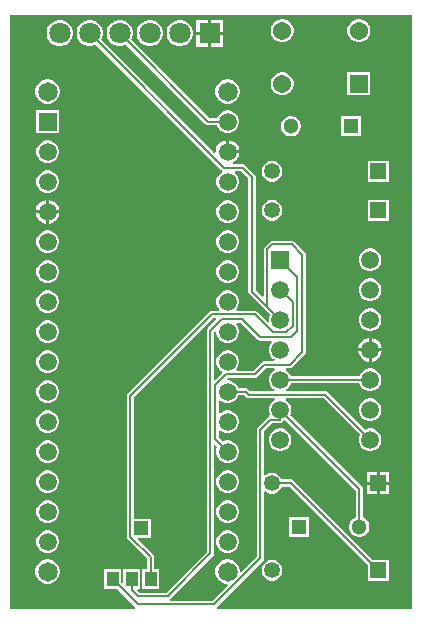
<source format=gbl>
G04*
G04 #@! TF.GenerationSoftware,Altium Limited,Altium Designer,21.9.1 (22)*
G04*
G04 Layer_Physical_Order=2*
G04 Layer_Color=16711680*
%FSLAX25Y25*%
%MOIN*%
G70*
G04*
G04 #@! TF.SameCoordinates,61359596-3549-415F-9DB3-B4CDDCDC9052*
G04*
G04*
G04 #@! TF.FilePolarity,Positive*
G04*
G01*
G75*
%ADD19C,0.06063*%
%ADD20R,0.06063X0.06063*%
%ADD28C,0.00800*%
%ADD29C,0.07087*%
%ADD30R,0.07087X0.07087*%
%ADD31C,0.05118*%
%ADD32R,0.05118X0.05118*%
%ADD33C,0.05937*%
%ADD34R,0.05906X0.05906*%
%ADD35C,0.05906*%
%ADD36R,0.05937X0.05937*%
%ADD37C,0.06500*%
%ADD38R,0.05315X0.05315*%
%ADD39C,0.05315*%
%ADD40R,0.03937X0.04921*%
%ADD41R,0.04724X0.04724*%
G36*
X200388Y185882D02*
X200785Y185617D01*
X201253Y185524D01*
X205009D01*
X205217Y185024D01*
X204997Y184804D01*
X204503Y183949D01*
X204247Y182994D01*
Y182006D01*
X204503Y181052D01*
X204997Y180196D01*
X205696Y179497D01*
X206170Y179224D01*
X206036Y178724D01*
X202800D01*
X202332Y178630D01*
X201935Y178365D01*
X199093Y175523D01*
X193506D01*
X193315Y175985D01*
X193516Y176186D01*
X194012Y177045D01*
X194269Y178004D01*
Y178996D01*
X194012Y179955D01*
X193516Y180814D01*
X192814Y181516D01*
X191955Y182012D01*
X190996Y182269D01*
X190004D01*
X189045Y182012D01*
X188186Y181516D01*
X187484Y180814D01*
X186988Y179955D01*
X186732Y178996D01*
Y178004D01*
X186988Y177045D01*
X187484Y176186D01*
X188186Y175484D01*
X188634Y175226D01*
X188700Y174730D01*
X186417Y172447D01*
X185955Y172638D01*
Y188224D01*
X186262Y188467D01*
X186732Y188259D01*
Y188004D01*
X186988Y187045D01*
X187484Y186186D01*
X188186Y185484D01*
X189045Y184988D01*
X190004Y184731D01*
X190996D01*
X191955Y184988D01*
X192814Y185484D01*
X193516Y186186D01*
X194012Y187045D01*
X194269Y188004D01*
Y188996D01*
X194012Y189955D01*
X193516Y190814D01*
X193315Y191015D01*
X193506Y191477D01*
X194793D01*
X200388Y185882D01*
D02*
G37*
G36*
X252000Y96000D02*
X186894D01*
X186835Y96083D01*
X186915Y96735D01*
X202265Y112085D01*
X202530Y112482D01*
X202624Y112950D01*
Y135117D01*
X203085Y135308D01*
X203161Y135233D01*
X203949Y134778D01*
X204828Y134543D01*
X205739D01*
X206618Y134778D01*
X207406Y135233D01*
X208050Y135877D01*
X208505Y136665D01*
X208535Y136776D01*
X211210D01*
X237259Y110727D01*
Y105543D01*
X244174D01*
Y112458D01*
X238989D01*
X212582Y138865D01*
X212185Y139130D01*
X211717Y139224D01*
X208535D01*
X208505Y139334D01*
X208050Y140123D01*
X207406Y140767D01*
X206618Y141222D01*
X205739Y141457D01*
X204828D01*
X203949Y141222D01*
X203161Y140767D01*
X203085Y140692D01*
X202624Y140883D01*
Y155293D01*
X205307Y157976D01*
X208000D01*
X208468Y158070D01*
X208865Y158335D01*
X209130Y158732D01*
X209170Y158928D01*
X209449Y159003D01*
X209650Y159119D01*
X233229Y135540D01*
Y126650D01*
X233156Y126630D01*
X232390Y126188D01*
X231765Y125563D01*
X231323Y124797D01*
X231094Y123942D01*
Y123058D01*
X231323Y122203D01*
X231765Y121438D01*
X232390Y120812D01*
X233156Y120370D01*
X234011Y120141D01*
X234895D01*
X235749Y120370D01*
X236515Y120812D01*
X237141Y121438D01*
X237583Y122203D01*
X237812Y123058D01*
Y123942D01*
X237583Y124797D01*
X237141Y125563D01*
X236515Y126188D01*
X235749Y126630D01*
X235676Y126650D01*
Y136047D01*
X235583Y136515D01*
X235318Y136912D01*
X211381Y160850D01*
X211497Y161051D01*
X211753Y162006D01*
Y162994D01*
X211497Y163949D01*
X211003Y164804D01*
X210304Y165503D01*
X209830Y165777D01*
X209964Y166277D01*
X222493D01*
X234619Y154150D01*
X234503Y153948D01*
X234247Y152994D01*
Y152006D01*
X234503Y151051D01*
X234997Y150196D01*
X235696Y149497D01*
X236551Y149003D01*
X237506Y148747D01*
X238494D01*
X239448Y149003D01*
X240304Y149497D01*
X241003Y150196D01*
X241497Y151051D01*
X241753Y152006D01*
Y152994D01*
X241497Y153948D01*
X241003Y154804D01*
X240304Y155503D01*
X239448Y155997D01*
X238494Y156253D01*
X237506D01*
X236551Y155997D01*
X236350Y155880D01*
X223865Y168365D01*
X223468Y168630D01*
X223000Y168723D01*
X209964D01*
X209830Y169223D01*
X210304Y169497D01*
X211003Y170196D01*
X211497Y171052D01*
X211557Y171276D01*
X234443D01*
X234503Y171052D01*
X234997Y170196D01*
X235696Y169497D01*
X236551Y169003D01*
X237506Y168747D01*
X238494D01*
X239448Y169003D01*
X240304Y169497D01*
X241003Y170196D01*
X241497Y171052D01*
X241753Y172006D01*
Y172994D01*
X241497Y173949D01*
X241003Y174804D01*
X240304Y175503D01*
X239448Y175997D01*
X238494Y176253D01*
X237506D01*
X236551Y175997D01*
X235696Y175503D01*
X234997Y174804D01*
X234503Y173949D01*
X234443Y173723D01*
X211557D01*
X211497Y173949D01*
X211003Y174804D01*
X210304Y175503D01*
X209830Y175777D01*
X209964Y176277D01*
X211200D01*
X211668Y176370D01*
X212065Y176635D01*
X216265Y180835D01*
X216530Y181232D01*
X216623Y181700D01*
Y214100D01*
X216530Y214568D01*
X216265Y214965D01*
X212765Y218465D01*
X212368Y218730D01*
X211900Y218824D01*
X205400D01*
X204932Y218730D01*
X204535Y218465D01*
X202935Y216865D01*
X202670Y216468D01*
X202576Y216000D01*
Y200307D01*
X202115Y200116D01*
X199924Y202307D01*
Y240000D01*
X199830Y240468D01*
X199565Y240865D01*
X196365Y244065D01*
X195968Y244330D01*
X195500Y244424D01*
X192376D01*
X192242Y244923D01*
X192937Y245324D01*
X193676Y246063D01*
X194198Y246968D01*
X194468Y247977D01*
Y248000D01*
X190500D01*
Y248500D01*
X190000D01*
Y252468D01*
X189978D01*
X188968Y252198D01*
X188063Y251676D01*
X187324Y250937D01*
X186802Y250032D01*
X186531Y249023D01*
Y248406D01*
X186031Y248199D01*
X148313Y285917D01*
X148547Y286323D01*
X148843Y287428D01*
Y288572D01*
X148547Y289676D01*
X147976Y290667D01*
X147167Y291476D01*
X146176Y292047D01*
X145072Y292343D01*
X143928D01*
X142824Y292047D01*
X141833Y291476D01*
X141024Y290667D01*
X140453Y289676D01*
X140157Y288572D01*
Y287428D01*
X140453Y286323D01*
X141024Y285333D01*
X141833Y284524D01*
X142824Y283953D01*
X143928Y283657D01*
X145072D01*
X146176Y283953D01*
X146582Y284187D01*
X188435Y242335D01*
X188514Y242282D01*
X188495Y241694D01*
X188186Y241515D01*
X187484Y240814D01*
X186988Y239955D01*
X186732Y238996D01*
Y238004D01*
X186988Y237045D01*
X187484Y236186D01*
X188186Y235485D01*
X189045Y234988D01*
X190004Y234732D01*
X190996D01*
X191955Y234988D01*
X192814Y235485D01*
X193516Y236186D01*
X194012Y237045D01*
X194269Y238004D01*
Y238996D01*
X194012Y239955D01*
X193516Y240814D01*
X192853Y241476D01*
X192888Y241791D01*
X192937Y241976D01*
X194993D01*
X197476Y239493D01*
Y201800D01*
X197570Y201332D01*
X197835Y200935D01*
X202935Y195835D01*
X203195Y195574D01*
X203196Y195574D01*
X204620Y194150D01*
X204503Y193948D01*
X204247Y192994D01*
Y192090D01*
X203834Y191796D01*
X200465Y195165D01*
X200068Y195430D01*
X199600Y195524D01*
X193506D01*
X193315Y195985D01*
X193516Y196186D01*
X194012Y197045D01*
X194269Y198004D01*
Y198996D01*
X194012Y199955D01*
X193516Y200814D01*
X192814Y201516D01*
X191955Y202012D01*
X190996Y202269D01*
X190004D01*
X189045Y202012D01*
X188186Y201516D01*
X187484Y200814D01*
X186988Y199955D01*
X186732Y198996D01*
Y198004D01*
X186988Y197045D01*
X187484Y196186D01*
X187685Y195985D01*
X187494Y195524D01*
X185300D01*
X184832Y195430D01*
X184435Y195165D01*
X157235Y167965D01*
X156970Y167568D01*
X156877Y167100D01*
Y120138D01*
X156970Y119669D01*
X157235Y119272D01*
X163614Y112893D01*
Y109261D01*
X162069D01*
Y102739D01*
X167606D01*
Y109261D01*
X166061D01*
Y113400D01*
X165968Y113868D01*
X165703Y114265D01*
X160592Y119376D01*
X160783Y119838D01*
X164850D01*
Y126162D01*
X159324D01*
Y166593D01*
X185807Y193077D01*
X186593D01*
X186784Y192615D01*
X183866Y189697D01*
X183601Y189300D01*
X183508Y188831D01*
Y115057D01*
X169975Y101523D01*
X161145D01*
X160391Y102277D01*
X160583Y102739D01*
X161307D01*
Y109261D01*
X155770D01*
Y104905D01*
X155301Y104700D01*
X155008Y104936D01*
Y109261D01*
X149471D01*
Y102739D01*
X153691D01*
X159696Y96735D01*
X159776Y96083D01*
X159717Y96000D01*
X118000D01*
Y294000D01*
X252000D01*
Y96000D01*
D02*
G37*
G36*
X206170Y175777D02*
X205696Y175503D01*
X204997Y174804D01*
X204503Y173949D01*
X204247Y172994D01*
Y172006D01*
X204503Y171052D01*
X204997Y170196D01*
X205696Y169497D01*
X206170Y169223D01*
X206036Y168723D01*
X198107D01*
X197465Y169365D01*
X197068Y169630D01*
X196600Y169723D01*
X194074D01*
X194012Y169955D01*
X193516Y170814D01*
X192814Y171516D01*
X191955Y172012D01*
X190996Y172268D01*
X190421D01*
X190238Y172699D01*
X190544Y173076D01*
X199600D01*
X200068Y173170D01*
X200465Y173435D01*
X203307Y176277D01*
X206036D01*
X206170Y175777D01*
D02*
G37*
G36*
X196735Y166635D02*
X197132Y166370D01*
X197600Y166277D01*
X206036D01*
X206170Y165777D01*
X205696Y165503D01*
X204997Y164804D01*
X204503Y163949D01*
X204247Y162994D01*
Y162006D01*
X204503Y161051D01*
X204595Y160892D01*
X204341Y160332D01*
X204332Y160330D01*
X203935Y160065D01*
X200535Y156665D01*
X200270Y156268D01*
X200177Y155800D01*
Y113457D01*
X195050Y108330D01*
X194550Y108537D01*
Y109033D01*
X194274Y110063D01*
X193741Y110987D01*
X192987Y111741D01*
X192063Y112274D01*
X191033Y112550D01*
X189967D01*
X188937Y112274D01*
X188013Y111741D01*
X187259Y110987D01*
X186726Y110063D01*
X186450Y109033D01*
Y107967D01*
X186726Y106937D01*
X187259Y106013D01*
X188013Y105259D01*
X188937Y104726D01*
X189967Y104450D01*
X190463D01*
X190670Y103950D01*
X185543Y98823D01*
X171332D01*
X171180Y99323D01*
X171347Y99435D01*
X185597Y113685D01*
X185862Y114082D01*
X185955Y114550D01*
Y150662D01*
X186417Y150853D01*
X187108Y150162D01*
X186988Y149955D01*
X186732Y148996D01*
Y148004D01*
X186988Y147045D01*
X187484Y146186D01*
X188186Y145484D01*
X189045Y144988D01*
X190004Y144731D01*
X190996D01*
X191955Y144988D01*
X192814Y145484D01*
X193516Y146186D01*
X194012Y147045D01*
X194269Y148004D01*
Y148996D01*
X194012Y149955D01*
X193516Y150814D01*
X192814Y151516D01*
X191955Y152012D01*
X190996Y152269D01*
X190004D01*
X189045Y152012D01*
X188838Y151892D01*
X187555Y153175D01*
Y155462D01*
X188017Y155654D01*
X188186Y155484D01*
X189045Y154988D01*
X190004Y154732D01*
X190996D01*
X191955Y154988D01*
X192814Y155484D01*
X193516Y156186D01*
X194012Y157045D01*
X194269Y158004D01*
Y158996D01*
X194012Y159955D01*
X193516Y160814D01*
X192814Y161516D01*
X191955Y162012D01*
X190996Y162268D01*
X190004D01*
X189045Y162012D01*
X188186Y161516D01*
X188017Y161346D01*
X187555Y161538D01*
Y165462D01*
X188017Y165654D01*
X188186Y165484D01*
X189045Y164988D01*
X190004Y164732D01*
X190996D01*
X191955Y164988D01*
X192814Y165484D01*
X193516Y166186D01*
X194012Y167045D01*
X194074Y167277D01*
X196093D01*
X196735Y166635D01*
D02*
G37*
%LPC*%
G36*
X189043Y292543D02*
X185000D01*
Y288500D01*
X189043D01*
Y292543D01*
D02*
G37*
G36*
X184000D02*
X179957D01*
Y288500D01*
X184000D01*
Y292543D01*
D02*
G37*
G36*
X234800Y292690D02*
X233791D01*
X232816Y292429D01*
X231943Y291924D01*
X231229Y291211D01*
X230725Y290337D01*
X230464Y289363D01*
Y288354D01*
X230725Y287379D01*
X231229Y286506D01*
X231943Y285792D01*
X232816Y285288D01*
X233791Y285027D01*
X234800D01*
X235774Y285288D01*
X236648Y285792D01*
X237361Y286506D01*
X237866Y287379D01*
X238127Y288354D01*
Y289363D01*
X237866Y290337D01*
X237361Y291211D01*
X236648Y291924D01*
X235774Y292429D01*
X234800Y292690D01*
D02*
G37*
G36*
X209209D02*
X208200D01*
X207226Y292429D01*
X206352Y291924D01*
X205639Y291211D01*
X205134Y290337D01*
X204873Y289363D01*
Y288354D01*
X205134Y287379D01*
X205639Y286506D01*
X206352Y285792D01*
X207226Y285288D01*
X208200Y285027D01*
X209209D01*
X210184Y285288D01*
X211057Y285792D01*
X211771Y286506D01*
X212275Y287379D01*
X212536Y288354D01*
Y289363D01*
X212275Y290337D01*
X211771Y291211D01*
X211057Y291924D01*
X210184Y292429D01*
X209209Y292690D01*
D02*
G37*
G36*
X175072Y292343D02*
X173928D01*
X172824Y292047D01*
X171833Y291476D01*
X171025Y290667D01*
X170453Y289676D01*
X170157Y288572D01*
Y287428D01*
X170453Y286323D01*
X171025Y285333D01*
X171833Y284524D01*
X172824Y283953D01*
X173928Y283657D01*
X175072D01*
X176176Y283953D01*
X177167Y284524D01*
X177975Y285333D01*
X178547Y286323D01*
X178843Y287428D01*
Y288572D01*
X178547Y289676D01*
X177975Y290667D01*
X177167Y291476D01*
X176176Y292047D01*
X175072Y292343D01*
D02*
G37*
G36*
X165072D02*
X163928D01*
X162824Y292047D01*
X161833Y291476D01*
X161024Y290667D01*
X160453Y289676D01*
X160157Y288572D01*
Y287428D01*
X160453Y286323D01*
X161024Y285333D01*
X161833Y284524D01*
X162824Y283953D01*
X163928Y283657D01*
X165072D01*
X166176Y283953D01*
X167167Y284524D01*
X167975Y285333D01*
X168547Y286323D01*
X168843Y287428D01*
Y288572D01*
X168547Y289676D01*
X167975Y290667D01*
X167167Y291476D01*
X166176Y292047D01*
X165072Y292343D01*
D02*
G37*
G36*
X135072D02*
X133928D01*
X132824Y292047D01*
X131833Y291476D01*
X131025Y290667D01*
X130453Y289676D01*
X130157Y288572D01*
Y287428D01*
X130453Y286323D01*
X131025Y285333D01*
X131833Y284524D01*
X132824Y283953D01*
X133928Y283657D01*
X135072D01*
X136176Y283953D01*
X137167Y284524D01*
X137976Y285333D01*
X138547Y286323D01*
X138843Y287428D01*
Y288572D01*
X138547Y289676D01*
X137976Y290667D01*
X137167Y291476D01*
X136176Y292047D01*
X135072Y292343D01*
D02*
G37*
G36*
X189043Y287500D02*
X185000D01*
Y283457D01*
X189043D01*
Y287500D01*
D02*
G37*
G36*
X184000D02*
X179957D01*
Y283457D01*
X184000D01*
Y287500D01*
D02*
G37*
G36*
X238127Y274973D02*
X230464D01*
Y267310D01*
X238127D01*
Y274973D01*
D02*
G37*
G36*
X209209D02*
X208200D01*
X207226Y274712D01*
X206352Y274208D01*
X205639Y273494D01*
X205134Y272621D01*
X204873Y271646D01*
Y270637D01*
X205134Y269663D01*
X205639Y268789D01*
X206352Y268076D01*
X207226Y267571D01*
X208200Y267310D01*
X209209D01*
X210184Y267571D01*
X211057Y268076D01*
X211771Y268789D01*
X212275Y269663D01*
X212536Y270637D01*
Y271646D01*
X212275Y272621D01*
X211771Y273494D01*
X211057Y274208D01*
X210184Y274712D01*
X209209Y274973D01*
D02*
G37*
G36*
X191033Y272550D02*
X189967D01*
X188937Y272274D01*
X188013Y271741D01*
X187259Y270987D01*
X186726Y270063D01*
X186450Y269033D01*
Y267967D01*
X186726Y266937D01*
X187259Y266013D01*
X188013Y265259D01*
X188937Y264726D01*
X189967Y264450D01*
X191033D01*
X192063Y264726D01*
X192987Y265259D01*
X193741Y266013D01*
X194274Y266937D01*
X194550Y267967D01*
Y269033D01*
X194274Y270063D01*
X193741Y270987D01*
X192987Y271741D01*
X192063Y272274D01*
X191033Y272550D01*
D02*
G37*
G36*
X131033D02*
X129967D01*
X128937Y272274D01*
X128013Y271741D01*
X127259Y270987D01*
X126726Y270063D01*
X126450Y269033D01*
Y267967D01*
X126726Y266937D01*
X127259Y266013D01*
X128013Y265259D01*
X128937Y264726D01*
X129967Y264450D01*
X131033D01*
X132063Y264726D01*
X132987Y265259D01*
X133741Y266013D01*
X134274Y266937D01*
X134550Y267967D01*
Y269033D01*
X134274Y270063D01*
X133741Y270987D01*
X132987Y271741D01*
X132063Y272274D01*
X131033Y272550D01*
D02*
G37*
G36*
X155072Y292343D02*
X153928D01*
X152824Y292047D01*
X151833Y291476D01*
X151024Y290667D01*
X150453Y289676D01*
X150157Y288572D01*
Y287428D01*
X150453Y286323D01*
X151024Y285333D01*
X151833Y284524D01*
X152824Y283953D01*
X153928Y283657D01*
X155072D01*
X156176Y283953D01*
X156582Y284187D01*
X183135Y257635D01*
X183532Y257370D01*
X184000Y257277D01*
X186926D01*
X186988Y257045D01*
X187484Y256186D01*
X188186Y255485D01*
X189045Y254988D01*
X190004Y254731D01*
X190996D01*
X191955Y254988D01*
X192814Y255485D01*
X193516Y256186D01*
X194012Y257045D01*
X194269Y258004D01*
Y258996D01*
X194012Y259955D01*
X193516Y260814D01*
X192814Y261515D01*
X191955Y262012D01*
X190996Y262268D01*
X190004D01*
X189045Y262012D01*
X188186Y261515D01*
X187484Y260814D01*
X186988Y259955D01*
X186926Y259723D01*
X184507D01*
X158313Y285917D01*
X158547Y286323D01*
X158843Y287428D01*
Y288572D01*
X158547Y289676D01*
X157975Y290667D01*
X157167Y291476D01*
X156176Y292047D01*
X155072Y292343D01*
D02*
G37*
G36*
X134268Y262268D02*
X126732D01*
Y254731D01*
X134268D01*
Y262268D01*
D02*
G37*
G36*
X234906Y260359D02*
X228188D01*
Y253641D01*
X234906D01*
Y260359D01*
D02*
G37*
G36*
X211989D02*
X211105D01*
X210251Y260130D01*
X209485Y259688D01*
X208859Y259063D01*
X208417Y258296D01*
X208188Y257442D01*
Y256558D01*
X208417Y255703D01*
X208859Y254938D01*
X209485Y254312D01*
X210251Y253870D01*
X211105Y253641D01*
X211989D01*
X212844Y253870D01*
X213610Y254312D01*
X214235Y254938D01*
X214677Y255703D01*
X214906Y256558D01*
Y257442D01*
X214677Y258296D01*
X214235Y259063D01*
X213610Y259688D01*
X212844Y260130D01*
X211989Y260359D01*
D02*
G37*
G36*
X191023Y252468D02*
X191000D01*
Y249000D01*
X194468D01*
Y249023D01*
X194198Y250032D01*
X193676Y250937D01*
X192937Y251676D01*
X192032Y252198D01*
X191023Y252468D01*
D02*
G37*
G36*
X130996Y252269D02*
X130004D01*
X129045Y252012D01*
X128186Y251516D01*
X127484Y250814D01*
X126988Y249955D01*
X126732Y248996D01*
Y248004D01*
X126988Y247045D01*
X127484Y246186D01*
X128186Y245484D01*
X129045Y244988D01*
X130004Y244731D01*
X130996D01*
X131955Y244988D01*
X132814Y245484D01*
X133516Y246186D01*
X134012Y247045D01*
X134268Y248004D01*
Y248996D01*
X134012Y249955D01*
X133516Y250814D01*
X132814Y251516D01*
X131955Y252012D01*
X130996Y252269D01*
D02*
G37*
G36*
X244174Y245458D02*
X237259D01*
Y238543D01*
X244174D01*
Y245458D01*
D02*
G37*
G36*
X205739D02*
X204828D01*
X203949Y245222D01*
X203161Y244767D01*
X202517Y244123D01*
X202062Y243335D01*
X201826Y242455D01*
Y241545D01*
X202062Y240666D01*
X202517Y239877D01*
X203161Y239233D01*
X203949Y238778D01*
X204828Y238543D01*
X205739D01*
X206618Y238778D01*
X207406Y239233D01*
X208050Y239877D01*
X208505Y240666D01*
X208741Y241545D01*
Y242455D01*
X208505Y243335D01*
X208050Y244123D01*
X207406Y244767D01*
X206618Y245222D01*
X205739Y245458D01*
D02*
G37*
G36*
X130996Y242268D02*
X130004D01*
X129045Y242012D01*
X128186Y241515D01*
X127484Y240814D01*
X126988Y239955D01*
X126732Y238996D01*
Y238004D01*
X126988Y237045D01*
X127484Y236186D01*
X128186Y235485D01*
X129045Y234988D01*
X130004Y234732D01*
X130996D01*
X131955Y234988D01*
X132814Y235485D01*
X133516Y236186D01*
X134012Y237045D01*
X134268Y238004D01*
Y238996D01*
X134012Y239955D01*
X133516Y240814D01*
X132814Y241515D01*
X131955Y242012D01*
X130996Y242268D01*
D02*
G37*
G36*
X131023Y232469D02*
X131000D01*
Y229000D01*
X134468D01*
Y229023D01*
X134198Y230032D01*
X133676Y230937D01*
X132937Y231676D01*
X132032Y232198D01*
X131023Y232469D01*
D02*
G37*
G36*
X130000D02*
X129978D01*
X128968Y232198D01*
X128063Y231676D01*
X127324Y230937D01*
X126802Y230032D01*
X126532Y229023D01*
Y229000D01*
X130000D01*
Y232469D01*
D02*
G37*
G36*
X244174Y232457D02*
X237259D01*
Y225542D01*
X244174D01*
Y232457D01*
D02*
G37*
G36*
X205739D02*
X204828D01*
X203949Y232222D01*
X203161Y231767D01*
X202517Y231123D01*
X202062Y230334D01*
X201826Y229455D01*
Y228545D01*
X202062Y227665D01*
X202517Y226877D01*
X203161Y226233D01*
X203949Y225778D01*
X204828Y225542D01*
X205739D01*
X206618Y225778D01*
X207406Y226233D01*
X208050Y226877D01*
X208505Y227665D01*
X208741Y228545D01*
Y229455D01*
X208505Y230334D01*
X208050Y231123D01*
X207406Y231767D01*
X206618Y232222D01*
X205739Y232457D01*
D02*
G37*
G36*
X190996Y232269D02*
X190004D01*
X189045Y232012D01*
X188186Y231516D01*
X187484Y230814D01*
X186988Y229955D01*
X186732Y228996D01*
Y228004D01*
X186988Y227045D01*
X187484Y226186D01*
X188186Y225484D01*
X189045Y224988D01*
X190004Y224731D01*
X190996D01*
X191955Y224988D01*
X192814Y225484D01*
X193516Y226186D01*
X194012Y227045D01*
X194269Y228004D01*
Y228996D01*
X194012Y229955D01*
X193516Y230814D01*
X192814Y231516D01*
X191955Y232012D01*
X190996Y232269D01*
D02*
G37*
G36*
X134468Y228000D02*
X131000D01*
Y224532D01*
X131023D01*
X132032Y224802D01*
X132937Y225324D01*
X133676Y226063D01*
X134198Y226968D01*
X134468Y227977D01*
Y228000D01*
D02*
G37*
G36*
X130000D02*
X126532D01*
Y227977D01*
X126802Y226968D01*
X127324Y226063D01*
X128063Y225324D01*
X128968Y224802D01*
X129978Y224532D01*
X130000D01*
Y228000D01*
D02*
G37*
G36*
X190996Y222269D02*
X190004D01*
X189045Y222012D01*
X188186Y221515D01*
X187484Y220814D01*
X186988Y219955D01*
X186732Y218996D01*
Y218004D01*
X186988Y217045D01*
X187484Y216186D01*
X188186Y215484D01*
X189045Y214988D01*
X190004Y214732D01*
X190996D01*
X191955Y214988D01*
X192814Y215484D01*
X193516Y216186D01*
X194012Y217045D01*
X194269Y218004D01*
Y218996D01*
X194012Y219955D01*
X193516Y220814D01*
X192814Y221515D01*
X191955Y222012D01*
X190996Y222269D01*
D02*
G37*
G36*
X130996D02*
X130004D01*
X129045Y222012D01*
X128186Y221515D01*
X127484Y220814D01*
X126988Y219955D01*
X126732Y218996D01*
Y218004D01*
X126988Y217045D01*
X127484Y216186D01*
X128186Y215484D01*
X129045Y214988D01*
X130004Y214732D01*
X130996D01*
X131955Y214988D01*
X132814Y215484D01*
X133516Y216186D01*
X134012Y217045D01*
X134268Y218004D01*
Y218996D01*
X134012Y219955D01*
X133516Y220814D01*
X132814Y221515D01*
X131955Y222012D01*
X130996Y222269D01*
D02*
G37*
G36*
X238494Y216253D02*
X237506D01*
X236551Y215997D01*
X235696Y215503D01*
X234997Y214804D01*
X234503Y213948D01*
X234247Y212994D01*
Y212006D01*
X234503Y211052D01*
X234997Y210196D01*
X235696Y209497D01*
X236551Y209003D01*
X237506Y208747D01*
X238494D01*
X239448Y209003D01*
X240304Y209497D01*
X241003Y210196D01*
X241497Y211052D01*
X241753Y212006D01*
Y212994D01*
X241497Y213948D01*
X241003Y214804D01*
X240304Y215503D01*
X239448Y215997D01*
X238494Y216253D01*
D02*
G37*
G36*
X190996Y212268D02*
X190004D01*
X189045Y212012D01*
X188186Y211515D01*
X187484Y210814D01*
X186988Y209955D01*
X186732Y208996D01*
Y208004D01*
X186988Y207045D01*
X187484Y206186D01*
X188186Y205485D01*
X189045Y204988D01*
X190004Y204731D01*
X190996D01*
X191955Y204988D01*
X192814Y205485D01*
X193516Y206186D01*
X194012Y207045D01*
X194269Y208004D01*
Y208996D01*
X194012Y209955D01*
X193516Y210814D01*
X192814Y211515D01*
X191955Y212012D01*
X190996Y212268D01*
D02*
G37*
G36*
X130996D02*
X130004D01*
X129045Y212012D01*
X128186Y211515D01*
X127484Y210814D01*
X126988Y209955D01*
X126732Y208996D01*
Y208004D01*
X126988Y207045D01*
X127484Y206186D01*
X128186Y205485D01*
X129045Y204988D01*
X130004Y204731D01*
X130996D01*
X131955Y204988D01*
X132814Y205485D01*
X133516Y206186D01*
X134012Y207045D01*
X134268Y208004D01*
Y208996D01*
X134012Y209955D01*
X133516Y210814D01*
X132814Y211515D01*
X131955Y212012D01*
X130996Y212268D01*
D02*
G37*
G36*
X238494Y206253D02*
X237506D01*
X236551Y205997D01*
X235696Y205503D01*
X234997Y204804D01*
X234503Y203948D01*
X234247Y202994D01*
Y202006D01*
X234503Y201051D01*
X234997Y200196D01*
X235696Y199497D01*
X236551Y199003D01*
X237506Y198747D01*
X238494D01*
X239448Y199003D01*
X240304Y199497D01*
X241003Y200196D01*
X241497Y201051D01*
X241753Y202006D01*
Y202994D01*
X241497Y203948D01*
X241003Y204804D01*
X240304Y205503D01*
X239448Y205997D01*
X238494Y206253D01*
D02*
G37*
G36*
X130996Y202269D02*
X130004D01*
X129045Y202012D01*
X128186Y201516D01*
X127484Y200814D01*
X126988Y199955D01*
X126732Y198996D01*
Y198004D01*
X126988Y197045D01*
X127484Y196186D01*
X128186Y195484D01*
X129045Y194988D01*
X130004Y194731D01*
X130996D01*
X131955Y194988D01*
X132814Y195484D01*
X133516Y196186D01*
X134012Y197045D01*
X134268Y198004D01*
Y198996D01*
X134012Y199955D01*
X133516Y200814D01*
X132814Y201516D01*
X131955Y202012D01*
X130996Y202269D01*
D02*
G37*
G36*
X238494Y196253D02*
X237506D01*
X236551Y195997D01*
X235696Y195503D01*
X234997Y194804D01*
X234503Y193948D01*
X234247Y192994D01*
Y192006D01*
X234503Y191051D01*
X234997Y190196D01*
X235696Y189497D01*
X236551Y189003D01*
X237506Y188747D01*
X238494D01*
X239448Y189003D01*
X240304Y189497D01*
X241003Y190196D01*
X241497Y191051D01*
X241753Y192006D01*
Y192994D01*
X241497Y193948D01*
X241003Y194804D01*
X240304Y195503D01*
X239448Y195997D01*
X238494Y196253D01*
D02*
G37*
G36*
X130996Y192269D02*
X130004D01*
X129045Y192012D01*
X128186Y191516D01*
X127484Y190814D01*
X126988Y189955D01*
X126732Y188996D01*
Y188004D01*
X126988Y187045D01*
X127484Y186186D01*
X128186Y185484D01*
X129045Y184988D01*
X130004Y184731D01*
X130996D01*
X131955Y184988D01*
X132814Y185484D01*
X133516Y186186D01*
X134012Y187045D01*
X134268Y188004D01*
Y188996D01*
X134012Y189955D01*
X133516Y190814D01*
X132814Y191516D01*
X131955Y192012D01*
X130996Y192269D01*
D02*
G37*
G36*
X238520Y186453D02*
X238500D01*
Y183000D01*
X241953D01*
Y183020D01*
X241683Y184026D01*
X241163Y184927D01*
X240427Y185663D01*
X239526Y186183D01*
X238520Y186453D01*
D02*
G37*
G36*
X237500D02*
X237480D01*
X236474Y186183D01*
X235573Y185663D01*
X234837Y184927D01*
X234317Y184026D01*
X234047Y183020D01*
Y183000D01*
X237500D01*
Y186453D01*
D02*
G37*
G36*
X241953Y182000D02*
X238500D01*
Y178547D01*
X238520D01*
X239526Y178817D01*
X240427Y179337D01*
X241163Y180073D01*
X241683Y180974D01*
X241953Y181980D01*
Y182000D01*
D02*
G37*
G36*
X237500D02*
X234047D01*
Y181980D01*
X234317Y180974D01*
X234837Y180073D01*
X235573Y179337D01*
X236474Y178817D01*
X237480Y178547D01*
X237500D01*
Y182000D01*
D02*
G37*
G36*
X130996Y182269D02*
X130004D01*
X129045Y182012D01*
X128186Y181516D01*
X127484Y180814D01*
X126988Y179955D01*
X126732Y178996D01*
Y178004D01*
X126988Y177045D01*
X127484Y176186D01*
X128186Y175484D01*
X129045Y174988D01*
X130004Y174732D01*
X130996D01*
X131955Y174988D01*
X132814Y175484D01*
X133516Y176186D01*
X134012Y177045D01*
X134268Y178004D01*
Y178996D01*
X134012Y179955D01*
X133516Y180814D01*
X132814Y181516D01*
X131955Y182012D01*
X130996Y182269D01*
D02*
G37*
G36*
Y172268D02*
X130004D01*
X129045Y172012D01*
X128186Y171516D01*
X127484Y170814D01*
X126988Y169955D01*
X126732Y168996D01*
Y168004D01*
X126988Y167045D01*
X127484Y166186D01*
X128186Y165484D01*
X129045Y164988D01*
X130004Y164732D01*
X130996D01*
X131955Y164988D01*
X132814Y165484D01*
X133516Y166186D01*
X134012Y167045D01*
X134268Y168004D01*
Y168996D01*
X134012Y169955D01*
X133516Y170814D01*
X132814Y171516D01*
X131955Y172012D01*
X130996Y172268D01*
D02*
G37*
G36*
X238494Y166253D02*
X237506D01*
X236551Y165997D01*
X235696Y165503D01*
X234997Y164804D01*
X234503Y163949D01*
X234247Y162994D01*
Y162006D01*
X234503Y161051D01*
X234997Y160196D01*
X235696Y159497D01*
X236551Y159003D01*
X237506Y158747D01*
X238494D01*
X239448Y159003D01*
X240304Y159497D01*
X241003Y160196D01*
X241497Y161051D01*
X241753Y162006D01*
Y162994D01*
X241497Y163949D01*
X241003Y164804D01*
X240304Y165503D01*
X239448Y165997D01*
X238494Y166253D01*
D02*
G37*
G36*
X130996Y162268D02*
X130004D01*
X129045Y162012D01*
X128186Y161516D01*
X127484Y160814D01*
X126988Y159955D01*
X126732Y158996D01*
Y158004D01*
X126988Y157045D01*
X127484Y156186D01*
X128186Y155484D01*
X129045Y154988D01*
X130004Y154732D01*
X130996D01*
X131955Y154988D01*
X132814Y155484D01*
X133516Y156186D01*
X134012Y157045D01*
X134268Y158004D01*
Y158996D01*
X134012Y159955D01*
X133516Y160814D01*
X132814Y161516D01*
X131955Y162012D01*
X130996Y162268D01*
D02*
G37*
G36*
X208494Y156253D02*
X207506D01*
X206552Y155997D01*
X205696Y155503D01*
X204997Y154804D01*
X204503Y153948D01*
X204247Y152994D01*
Y152006D01*
X204503Y151051D01*
X204997Y150196D01*
X205696Y149497D01*
X206552Y149003D01*
X207506Y148747D01*
X208494D01*
X209449Y149003D01*
X210304Y149497D01*
X211003Y150196D01*
X211497Y151051D01*
X211753Y152006D01*
Y152994D01*
X211497Y153948D01*
X211003Y154804D01*
X210304Y155503D01*
X209449Y155997D01*
X208494Y156253D01*
D02*
G37*
G36*
X130996Y152269D02*
X130004D01*
X129045Y152012D01*
X128186Y151516D01*
X127484Y150814D01*
X126988Y149955D01*
X126732Y148996D01*
Y148004D01*
X126988Y147045D01*
X127484Y146186D01*
X128186Y145484D01*
X129045Y144988D01*
X130004Y144731D01*
X130996D01*
X131955Y144988D01*
X132814Y145484D01*
X133516Y146186D01*
X134012Y147045D01*
X134268Y148004D01*
Y148996D01*
X134012Y149955D01*
X133516Y150814D01*
X132814Y151516D01*
X131955Y152012D01*
X130996Y152269D01*
D02*
G37*
G36*
X244374Y141657D02*
X241217D01*
Y138500D01*
X244374D01*
Y141657D01*
D02*
G37*
G36*
X240217D02*
X237059D01*
Y138500D01*
X240217D01*
Y141657D01*
D02*
G37*
G36*
X130996Y142269D02*
X130004D01*
X129045Y142012D01*
X128186Y141516D01*
X127484Y140814D01*
X126988Y139955D01*
X126732Y138996D01*
Y138004D01*
X126988Y137045D01*
X127484Y136186D01*
X128186Y135484D01*
X129045Y134988D01*
X130004Y134731D01*
X130996D01*
X131955Y134988D01*
X132814Y135484D01*
X133516Y136186D01*
X134012Y137045D01*
X134268Y138004D01*
Y138996D01*
X134012Y139955D01*
X133516Y140814D01*
X132814Y141516D01*
X131955Y142012D01*
X130996Y142269D01*
D02*
G37*
G36*
X244374Y137500D02*
X241217D01*
Y134343D01*
X244374D01*
Y137500D01*
D02*
G37*
G36*
X240217D02*
X237059D01*
Y134343D01*
X240217D01*
Y137500D01*
D02*
G37*
G36*
X130996Y132269D02*
X130004D01*
X129045Y132012D01*
X128186Y131516D01*
X127484Y130814D01*
X126988Y129955D01*
X126732Y128996D01*
Y128004D01*
X126988Y127045D01*
X127484Y126186D01*
X128186Y125484D01*
X129045Y124988D01*
X130004Y124732D01*
X130996D01*
X131955Y124988D01*
X132814Y125484D01*
X133516Y126186D01*
X134012Y127045D01*
X134268Y128004D01*
Y128996D01*
X134012Y129955D01*
X133516Y130814D01*
X132814Y131516D01*
X131955Y132012D01*
X130996Y132269D01*
D02*
G37*
G36*
X217812Y126859D02*
X211094D01*
Y120141D01*
X217812D01*
Y126859D01*
D02*
G37*
G36*
X130996Y122268D02*
X130004D01*
X129045Y122012D01*
X128186Y121516D01*
X127484Y120814D01*
X126988Y119955D01*
X126732Y118996D01*
Y118004D01*
X126988Y117045D01*
X127484Y116186D01*
X128186Y115484D01*
X129045Y114988D01*
X130004Y114732D01*
X130996D01*
X131955Y114988D01*
X132814Y115484D01*
X133516Y116186D01*
X134012Y117045D01*
X134268Y118004D01*
Y118996D01*
X134012Y119955D01*
X133516Y120814D01*
X132814Y121516D01*
X131955Y122012D01*
X130996Y122268D01*
D02*
G37*
G36*
X205739Y112458D02*
X204828D01*
X203949Y112222D01*
X203161Y111767D01*
X202517Y111123D01*
X202062Y110335D01*
X201826Y109455D01*
Y108545D01*
X202062Y107666D01*
X202517Y106877D01*
X203161Y106233D01*
X203949Y105778D01*
X204828Y105543D01*
X205739D01*
X206618Y105778D01*
X207406Y106233D01*
X208050Y106877D01*
X208505Y107666D01*
X208741Y108545D01*
Y109455D01*
X208505Y110335D01*
X208050Y111123D01*
X207406Y111767D01*
X206618Y112222D01*
X205739Y112458D01*
D02*
G37*
G36*
X131033Y112550D02*
X129967D01*
X128937Y112274D01*
X128013Y111741D01*
X127259Y110987D01*
X126726Y110063D01*
X126450Y109033D01*
Y107967D01*
X126726Y106937D01*
X127259Y106013D01*
X128013Y105259D01*
X128937Y104726D01*
X129967Y104450D01*
X131033D01*
X132063Y104726D01*
X132987Y105259D01*
X133741Y106013D01*
X134274Y106937D01*
X134550Y107967D01*
Y109033D01*
X134274Y110063D01*
X133741Y110987D01*
X132987Y111741D01*
X132063Y112274D01*
X131033Y112550D01*
D02*
G37*
G36*
X190996Y142269D02*
X190004D01*
X189045Y142012D01*
X188186Y141516D01*
X187484Y140814D01*
X186988Y139955D01*
X186732Y138996D01*
Y138004D01*
X186988Y137045D01*
X187484Y136186D01*
X188186Y135484D01*
X189045Y134988D01*
X190004Y134731D01*
X190996D01*
X191955Y134988D01*
X192814Y135484D01*
X193516Y136186D01*
X194012Y137045D01*
X194269Y138004D01*
Y138996D01*
X194012Y139955D01*
X193516Y140814D01*
X192814Y141516D01*
X191955Y142012D01*
X190996Y142269D01*
D02*
G37*
G36*
Y132269D02*
X190004D01*
X189045Y132012D01*
X188186Y131516D01*
X187484Y130814D01*
X186988Y129955D01*
X186732Y128996D01*
Y128004D01*
X186988Y127045D01*
X187484Y126186D01*
X188186Y125484D01*
X189045Y124988D01*
X190004Y124732D01*
X190996D01*
X191955Y124988D01*
X192814Y125484D01*
X193516Y126186D01*
X194012Y127045D01*
X194269Y128004D01*
Y128996D01*
X194012Y129955D01*
X193516Y130814D01*
X192814Y131516D01*
X191955Y132012D01*
X190996Y132269D01*
D02*
G37*
G36*
Y122268D02*
X190004D01*
X189045Y122012D01*
X188186Y121516D01*
X187484Y120814D01*
X186988Y119955D01*
X186732Y118996D01*
Y118004D01*
X186988Y117045D01*
X187484Y116186D01*
X188186Y115484D01*
X189045Y114988D01*
X190004Y114732D01*
X190996D01*
X191955Y114988D01*
X192814Y115484D01*
X193516Y116186D01*
X194012Y117045D01*
X194269Y118004D01*
Y118996D01*
X194012Y119955D01*
X193516Y120814D01*
X192814Y121516D01*
X191955Y122012D01*
X190996Y122268D01*
D02*
G37*
%LPD*%
D19*
X208705Y288858D02*
D03*
X234295D02*
D03*
X208705Y271142D02*
D03*
D20*
X234295D02*
D03*
D28*
X198700Y201800D02*
X203800Y196700D01*
X204800Y159200D02*
X208000D01*
X164838Y106000D02*
Y113400D01*
X158100Y120138D02*
X164838Y113400D01*
X158100Y120138D02*
Y167100D01*
X185300Y194300D01*
X199600D01*
X205553Y188347D01*
X210100D01*
X212153Y190400D01*
Y198347D01*
X208000Y202500D02*
X212153Y198347D01*
X208000Y162500D02*
X234453Y136047D01*
Y123500D02*
Y136047D01*
X211717Y138000D02*
X240717Y109000D01*
X205283Y138000D02*
X211717D01*
X158538Y102400D02*
Y106000D01*
Y102400D02*
X160638Y100300D01*
X170481D01*
X184731Y114550D01*
Y188831D01*
X188600Y192700D01*
X195300D01*
X201253Y186747D01*
X211700D01*
X213753Y188800D01*
Y206747D01*
X208000Y212500D02*
X213753Y206747D01*
X208000Y159200D02*
Y162500D01*
X201400Y155800D02*
X204800Y159200D01*
X201400Y112950D02*
Y155800D01*
X186050Y97600D02*
X201400Y112950D01*
X160561Y97600D02*
X186050D01*
X152239Y105922D02*
X160561Y97600D01*
X152239Y105922D02*
Y106000D01*
X203800Y196700D02*
X204061Y196439D01*
X203800Y196700D02*
Y216000D01*
X205400Y217600D01*
X211900D01*
X215400Y214100D01*
Y181700D02*
Y214100D01*
X211200Y177500D02*
X215400Y181700D01*
X202800Y177500D02*
X211200D01*
X199600Y174300D02*
X202800Y177500D01*
X190000Y174300D02*
X199600D01*
X186331Y170631D02*
X190000Y174300D01*
X186331Y152669D02*
Y170631D01*
Y152669D02*
X190500Y148500D01*
X204061Y196439D02*
X208000Y192500D01*
X198700Y201800D02*
Y240000D01*
X195500Y243200D02*
X198700Y240000D01*
X189300Y243200D02*
X195500D01*
X144500Y288000D02*
X189300Y243200D01*
X184000Y258500D02*
X190500D01*
X154500Y288000D02*
X184000Y258500D01*
X190500Y168500D02*
X196600D01*
X197600Y167500D01*
X223000D01*
X238000Y152500D01*
X208000Y172500D02*
X238000D01*
D29*
X134500Y288000D02*
D03*
X144500D02*
D03*
X154500D02*
D03*
X174500D02*
D03*
X164500D02*
D03*
D30*
X184500D02*
D03*
D31*
X211547Y257000D02*
D03*
X234453Y123500D02*
D03*
D32*
X231547Y257000D02*
D03*
X214453Y123500D02*
D03*
D33*
X190500Y188500D02*
D03*
X130500Y248500D02*
D03*
Y238500D02*
D03*
Y228500D02*
D03*
Y218500D02*
D03*
Y208500D02*
D03*
Y198500D02*
D03*
Y188500D02*
D03*
Y178500D02*
D03*
Y168500D02*
D03*
Y158500D02*
D03*
Y148500D02*
D03*
Y138500D02*
D03*
Y128500D02*
D03*
Y118500D02*
D03*
X190500D02*
D03*
Y128500D02*
D03*
Y138500D02*
D03*
Y148500D02*
D03*
Y158500D02*
D03*
Y168500D02*
D03*
Y178500D02*
D03*
Y198500D02*
D03*
Y208500D02*
D03*
Y218500D02*
D03*
Y228500D02*
D03*
Y238500D02*
D03*
Y248500D02*
D03*
Y258500D02*
D03*
D34*
X208000Y212500D02*
D03*
D35*
Y202500D02*
D03*
Y192500D02*
D03*
Y182500D02*
D03*
Y172500D02*
D03*
Y162500D02*
D03*
Y152500D02*
D03*
X238000Y212500D02*
D03*
Y202500D02*
D03*
Y192500D02*
D03*
Y182500D02*
D03*
Y172500D02*
D03*
Y162500D02*
D03*
Y152500D02*
D03*
D36*
X130500Y258500D02*
D03*
D37*
Y108500D02*
D03*
X190500D02*
D03*
X130500Y268500D02*
D03*
X190500D02*
D03*
D38*
X240717Y138000D02*
D03*
Y109000D02*
D03*
Y229000D02*
D03*
Y242000D02*
D03*
D39*
X205283Y138000D02*
D03*
Y109000D02*
D03*
Y229000D02*
D03*
Y242000D02*
D03*
D40*
X158538Y106000D02*
D03*
X152239D02*
D03*
X164838D02*
D03*
D41*
X161688Y123000D02*
D03*
M02*

</source>
